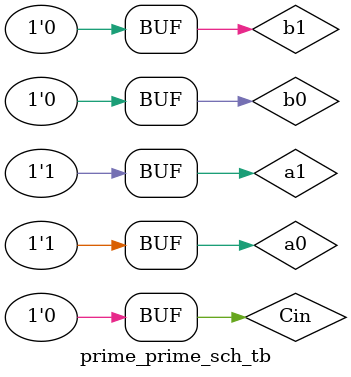
<source format=v>

`timescale 1ns / 1ps

module prime_prime_sch_tb();

// Inputs
   reg b0;
   reg b1;
   reg a0;
   reg a1;
   reg Cin;

// Output
   wire T;

// Bidirs

// Instantiate the UUT
   prime UUT (
		.b0(b0), 
		.b1(b1), 
		.a0(a0), 
		.a1(a1), 
		.T(T), 
		.Cin(Cin)
   );
// Initialize Inputs
   `ifdef auto_init
       initial begin
		b0 = 0;
		b1 = 0;
		a0 = 0;
		a1 = 0;
		Cin = 0;
   `endif
	 initial begin
		b0 = 0;
		b1 = 0;
		a0 = 0;
		a1 = 0;
		Cin = 0;
		#100;
			b0 = 1;
		b1 = 1;
		a0 = 1;
		a1 = 1;
		Cin =1;
		#100;
			b0 = 1;
		b1 = 1;
		a0 = 0;
		a1 = 0;
		Cin = 0;
		#100;
			b0 = 0;
		b1 = 0;
		a0 = 1;
		a1 = 1;
		Cin = 1;
		#100;
			b0 = 0;
		b1 = 0;
		a0 = 1;
		a1 = 1;
		Cin = 0;
		#100;
		end
endmodule

</source>
